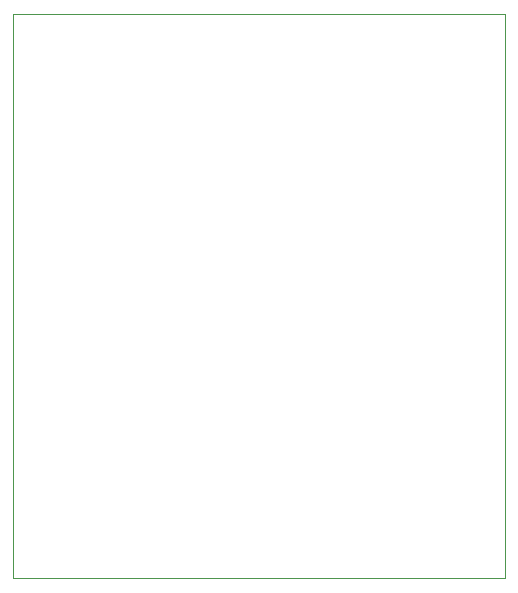
<source format=gko>
G04 #@! TF.FileFunction,Profile,NP*
%FSLAX46Y46*%
G04 Gerber Fmt 4.6, Leading zero omitted, Abs format (unit mm)*
G04 Created by KiCad (PCBNEW 0.201502010101+5397~21~ubuntu14.04.1-product) date Thu 26 Feb 2015 12:27:09 AM EST*
%MOMM*%
G01*
G04 APERTURE LIST*
%ADD10C,0.100000*%
G04 APERTURE END LIST*
D10*
X147828000Y-35814000D02*
X106172000Y-35814000D01*
X147828000Y-83566000D02*
X147828000Y-35814000D01*
X106172000Y-83566000D02*
X147828000Y-83566000D01*
X106172000Y-35814000D02*
X106172000Y-83566000D01*
M02*

</source>
